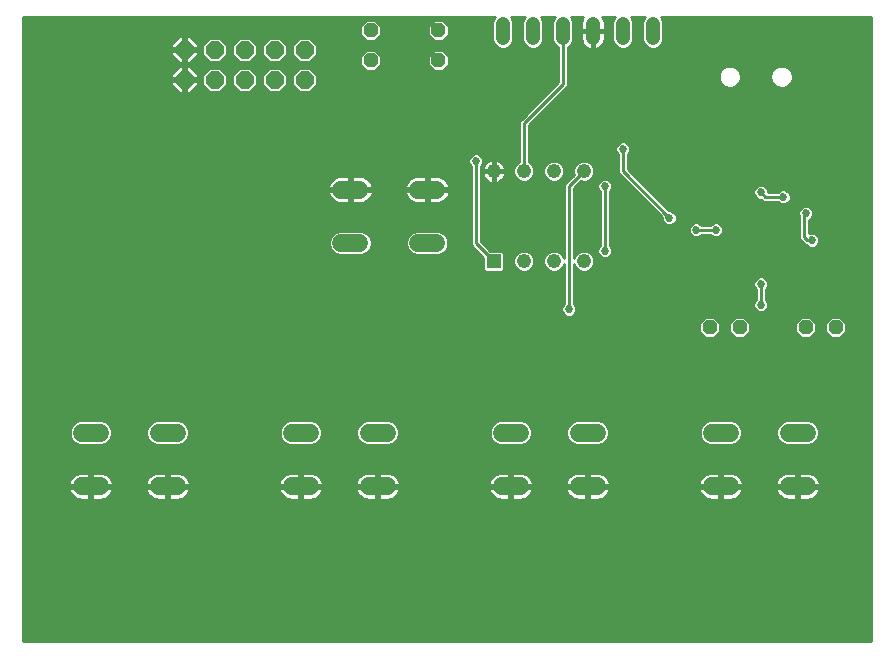
<source format=gbl>
G75*
%MOIN*%
%OFA0B0*%
%FSLAX24Y24*%
%IPPOS*%
%LPD*%
%AMOC8*
5,1,8,0,0,1.08239X$1,22.5*
%
%ADD10C,0.0480*%
%ADD11C,0.0600*%
%ADD12OC8,0.0480*%
%ADD13OC8,0.0600*%
%ADD14R,0.0480X0.0480*%
%ADD15C,0.0480*%
%ADD16C,0.0270*%
%ADD17C,0.0100*%
D10*
X016351Y020442D02*
X016351Y020922D01*
X017351Y020922D02*
X017351Y020442D01*
X018351Y020442D02*
X018351Y020922D01*
X019351Y020922D02*
X019351Y020442D01*
X020351Y020442D02*
X020351Y020922D01*
X021351Y020922D02*
X021351Y020442D01*
D11*
X014130Y015390D02*
X013530Y015390D01*
X011570Y015390D02*
X010970Y015390D01*
X010970Y013610D02*
X011570Y013610D01*
X013530Y013610D02*
X014130Y013610D01*
X012480Y007290D02*
X011880Y007290D01*
X009920Y007290D02*
X009320Y007290D01*
X009320Y005510D02*
X009920Y005510D01*
X011880Y005510D02*
X012480Y005510D01*
X016320Y005510D02*
X016920Y005510D01*
X018880Y005510D02*
X019480Y005510D01*
X019480Y007290D02*
X018880Y007290D01*
X016920Y007290D02*
X016320Y007290D01*
X023320Y007290D02*
X023920Y007290D01*
X025880Y007290D02*
X026480Y007290D01*
X026480Y005510D02*
X025880Y005510D01*
X023920Y005510D02*
X023320Y005510D01*
X005480Y005510D02*
X004880Y005510D01*
X002920Y005510D02*
X002320Y005510D01*
X002320Y007290D02*
X002920Y007290D01*
X004880Y007290D02*
X005480Y007290D01*
D12*
X023250Y010800D03*
X024250Y010800D03*
X026450Y010800D03*
X027450Y010800D03*
X014200Y019700D03*
X014200Y020700D03*
X011950Y020700D03*
X011950Y019700D03*
D13*
X009750Y020050D03*
X008750Y020050D03*
X007750Y020050D03*
X006750Y020050D03*
X005750Y020050D03*
X005750Y019050D03*
X006750Y019050D03*
X007750Y019050D03*
X008750Y019050D03*
X009750Y019050D03*
D14*
X016050Y013000D03*
D15*
X017050Y013000D03*
X018050Y013000D03*
X019050Y013000D03*
X019050Y016000D03*
X018050Y016000D03*
X017050Y016000D03*
X016050Y016000D03*
D16*
X015450Y016350D03*
X019750Y015500D03*
X020350Y016750D03*
X022350Y017450D03*
X024150Y016950D03*
X024950Y016150D03*
X024950Y015300D03*
X025700Y015150D03*
X026450Y014600D03*
X026650Y014300D03*
X026650Y013700D03*
X028300Y014750D03*
X027300Y016900D03*
X027450Y017450D03*
X021900Y014450D03*
X022800Y014050D03*
X023450Y014050D03*
X023450Y013700D03*
X024950Y012250D03*
X024950Y011550D03*
X027100Y012200D03*
X019750Y013350D03*
X018550Y011400D03*
X016050Y010650D03*
X022350Y021050D03*
X027450Y021050D03*
D17*
X000350Y021150D02*
X000350Y000350D01*
X028620Y000350D01*
X028620Y021150D01*
X021618Y021150D01*
X021648Y021121D01*
X021701Y020992D01*
X021701Y020373D01*
X021648Y020244D01*
X028620Y020244D01*
X028620Y020146D02*
X021549Y020146D01*
X021648Y020244D01*
X021688Y020343D02*
X028620Y020343D01*
X028620Y020441D02*
X021701Y020441D01*
X021701Y020540D02*
X028620Y020540D01*
X028620Y020638D02*
X021701Y020638D01*
X021701Y020737D02*
X028620Y020737D01*
X028620Y020835D02*
X021701Y020835D01*
X021701Y020934D02*
X028620Y020934D01*
X028620Y021032D02*
X021684Y021032D01*
X021637Y021131D02*
X028620Y021131D01*
X028620Y020047D02*
X018511Y020047D01*
X018511Y020130D02*
X018549Y020146D01*
X018648Y020244D01*
X019014Y020244D01*
X019005Y020258D02*
X019048Y020194D01*
X019102Y020139D01*
X019166Y020097D01*
X019237Y020067D01*
X019312Y020052D01*
X019321Y020052D01*
X019321Y020652D01*
X019381Y020652D01*
X019381Y020712D01*
X019741Y020712D01*
X019741Y020961D01*
X019726Y021036D01*
X019696Y021107D01*
X019668Y021150D01*
X020084Y021150D01*
X020054Y021121D01*
X020001Y020992D01*
X020001Y020373D01*
X020054Y020244D01*
X020153Y020146D01*
X019606Y020146D01*
X019599Y020139D02*
X019654Y020194D01*
X019696Y020258D01*
X019726Y020329D01*
X019741Y020404D01*
X019741Y020652D01*
X019381Y020652D01*
X019381Y020052D01*
X019389Y020052D01*
X019465Y020067D01*
X019536Y020097D01*
X019599Y020139D01*
X019687Y020244D02*
X020054Y020244D01*
X020013Y020343D02*
X019729Y020343D01*
X019741Y020441D02*
X020001Y020441D01*
X020001Y020540D02*
X019741Y020540D01*
X019741Y020638D02*
X020001Y020638D01*
X020001Y020737D02*
X019741Y020737D01*
X019741Y020835D02*
X020001Y020835D01*
X020001Y020934D02*
X019741Y020934D01*
X019727Y021032D02*
X020017Y021032D01*
X020064Y021131D02*
X019681Y021131D01*
X019034Y021150D02*
X019005Y021107D01*
X018976Y021036D01*
X018961Y020961D01*
X018961Y020712D01*
X019321Y020712D01*
X019321Y020652D01*
X018961Y020652D01*
X018961Y020404D01*
X018976Y020329D01*
X019005Y020258D01*
X018973Y020343D02*
X018688Y020343D01*
X018701Y020373D02*
X018648Y020244D01*
X018701Y020373D02*
X018701Y020992D01*
X018648Y021121D01*
X018618Y021150D01*
X019034Y021150D01*
X019021Y021131D02*
X018637Y021131D01*
X018684Y021032D02*
X018975Y021032D01*
X018961Y020934D02*
X018701Y020934D01*
X018701Y020835D02*
X018961Y020835D01*
X018961Y020737D02*
X018701Y020737D01*
X018701Y020638D02*
X018961Y020638D01*
X018961Y020540D02*
X018701Y020540D01*
X018701Y020441D02*
X018961Y020441D01*
X019096Y020146D02*
X018549Y020146D01*
X018511Y020130D02*
X018511Y018835D01*
X017210Y017534D01*
X017210Y016313D01*
X017248Y016297D01*
X017347Y016198D01*
X017400Y016070D01*
X017400Y015930D01*
X017347Y015802D01*
X017248Y015703D01*
X017120Y015650D01*
X016980Y015650D01*
X016852Y015703D01*
X016753Y015802D01*
X016700Y015930D01*
X016700Y016070D01*
X016753Y016198D01*
X016852Y016297D01*
X016890Y016313D01*
X016890Y017666D01*
X016984Y017760D01*
X018191Y018967D01*
X018191Y020130D01*
X018153Y020146D01*
X017549Y020146D01*
X017648Y020244D01*
X018054Y020244D01*
X018153Y020146D01*
X018191Y020047D02*
X014348Y020047D01*
X014345Y020050D02*
X014055Y020050D01*
X013850Y019845D01*
X013850Y019555D01*
X014055Y019350D01*
X014345Y019350D01*
X014550Y019555D01*
X014550Y019845D01*
X014345Y020050D01*
X014446Y019949D02*
X018191Y019949D01*
X018191Y019850D02*
X014545Y019850D01*
X014550Y019752D02*
X018191Y019752D01*
X018191Y019653D02*
X014550Y019653D01*
X014550Y019555D02*
X018191Y019555D01*
X018191Y019456D02*
X014451Y019456D01*
X014353Y019358D02*
X018191Y019358D01*
X018191Y019259D02*
X010121Y019259D01*
X010160Y019220D02*
X009920Y019460D01*
X009580Y019460D01*
X009340Y019220D01*
X009340Y018880D01*
X009580Y018640D01*
X009920Y018640D01*
X010160Y018880D01*
X010160Y019220D01*
X010160Y019161D02*
X018191Y019161D01*
X018191Y019062D02*
X010160Y019062D01*
X010160Y018964D02*
X018187Y018964D01*
X018089Y018865D02*
X010145Y018865D01*
X010046Y018767D02*
X017990Y018767D01*
X017892Y018668D02*
X009948Y018668D01*
X009552Y018668D02*
X008948Y018668D01*
X008920Y018640D02*
X009160Y018880D01*
X009160Y019220D01*
X008920Y019460D01*
X008580Y019460D01*
X008340Y019220D01*
X008340Y018880D01*
X008580Y018640D01*
X008920Y018640D01*
X009046Y018767D02*
X009454Y018767D01*
X009355Y018865D02*
X009145Y018865D01*
X009160Y018964D02*
X009340Y018964D01*
X009340Y019062D02*
X009160Y019062D01*
X009160Y019161D02*
X009340Y019161D01*
X009379Y019259D02*
X009121Y019259D01*
X009022Y019358D02*
X009478Y019358D01*
X009576Y019456D02*
X008924Y019456D01*
X008920Y019640D02*
X008580Y019640D01*
X008340Y019880D01*
X008340Y020220D01*
X008580Y020460D01*
X008920Y020460D01*
X009160Y020220D01*
X009160Y019880D01*
X008920Y019640D01*
X008933Y019653D02*
X009567Y019653D01*
X009580Y019640D02*
X009920Y019640D01*
X010160Y019880D01*
X010160Y020220D01*
X009920Y020460D01*
X009580Y020460D01*
X009340Y020220D01*
X009340Y019880D01*
X009580Y019640D01*
X009469Y019752D02*
X009031Y019752D01*
X009130Y019850D02*
X009370Y019850D01*
X009340Y019949D02*
X009160Y019949D01*
X009160Y020047D02*
X009340Y020047D01*
X009340Y020146D02*
X009160Y020146D01*
X009136Y020244D02*
X009364Y020244D01*
X009463Y020343D02*
X009037Y020343D01*
X008939Y020441D02*
X009561Y020441D01*
X009939Y020441D02*
X011714Y020441D01*
X011805Y020350D02*
X011600Y020555D01*
X011600Y020845D01*
X011805Y021050D01*
X012095Y021050D01*
X012300Y020845D01*
X012300Y020555D01*
X012095Y020350D01*
X011805Y020350D01*
X011615Y020540D02*
X000350Y020540D01*
X000350Y020638D02*
X011600Y020638D01*
X011600Y020737D02*
X000350Y020737D01*
X000350Y020835D02*
X011600Y020835D01*
X011689Y020934D02*
X000350Y020934D01*
X000350Y021032D02*
X011787Y021032D01*
X012113Y021032D02*
X014037Y021032D01*
X014055Y021050D02*
X013850Y020845D01*
X013850Y020555D01*
X014055Y020350D01*
X014345Y020350D01*
X014550Y020555D01*
X014550Y020845D01*
X014345Y021050D01*
X014055Y021050D01*
X013939Y020934D02*
X012211Y020934D01*
X012300Y020835D02*
X013850Y020835D01*
X013850Y020737D02*
X012300Y020737D01*
X012300Y020638D02*
X013850Y020638D01*
X013865Y020540D02*
X012285Y020540D01*
X012186Y020441D02*
X013964Y020441D01*
X014436Y020441D02*
X016001Y020441D01*
X016001Y020373D02*
X016054Y020244D01*
X016153Y020146D01*
X010160Y020146D01*
X010160Y020047D02*
X011802Y020047D01*
X011805Y020050D02*
X011600Y019845D01*
X011600Y019555D01*
X011805Y019350D01*
X012095Y019350D01*
X012300Y019555D01*
X012300Y019845D01*
X012095Y020050D01*
X011805Y020050D01*
X011704Y019949D02*
X010160Y019949D01*
X010130Y019850D02*
X011605Y019850D01*
X011600Y019752D02*
X010031Y019752D01*
X009933Y019653D02*
X011600Y019653D01*
X011600Y019555D02*
X000350Y019555D01*
X000350Y019653D02*
X005511Y019653D01*
X005564Y019600D02*
X005700Y019600D01*
X005700Y020000D01*
X005800Y020000D01*
X005800Y020100D01*
X006200Y020100D01*
X006200Y020236D01*
X005936Y020500D01*
X005800Y020500D01*
X005800Y020100D01*
X005700Y020100D01*
X005700Y020500D01*
X005564Y020500D01*
X005300Y020236D01*
X005300Y020100D01*
X005700Y020100D01*
X005700Y020000D01*
X005300Y020000D01*
X005300Y019864D01*
X005564Y019600D01*
X005564Y019500D02*
X005300Y019236D01*
X005300Y019100D01*
X005700Y019100D01*
X005700Y019500D01*
X005564Y019500D01*
X005520Y019456D02*
X000350Y019456D01*
X000350Y019358D02*
X005421Y019358D01*
X005323Y019259D02*
X000350Y019259D01*
X000350Y019161D02*
X005300Y019161D01*
X005300Y019000D02*
X005300Y018864D01*
X005564Y018600D01*
X005700Y018600D01*
X005700Y019000D01*
X005800Y019000D01*
X005800Y019100D01*
X006200Y019100D01*
X006200Y019236D01*
X005936Y019500D01*
X005800Y019500D01*
X005800Y019100D01*
X005700Y019100D01*
X005700Y019000D01*
X005300Y019000D01*
X005300Y018964D02*
X000350Y018964D01*
X000350Y019062D02*
X005700Y019062D01*
X005700Y018964D02*
X005800Y018964D01*
X005800Y019000D02*
X005800Y018600D01*
X005936Y018600D01*
X006200Y018864D01*
X006200Y019000D01*
X005800Y019000D01*
X005800Y019062D02*
X006340Y019062D01*
X006340Y018964D02*
X006200Y018964D01*
X006200Y018865D02*
X006355Y018865D01*
X006340Y018880D02*
X006580Y018640D01*
X006920Y018640D01*
X007160Y018880D01*
X007160Y019220D01*
X006920Y019460D01*
X006580Y019460D01*
X006340Y019220D01*
X006340Y018880D01*
X006454Y018767D02*
X006103Y018767D01*
X006004Y018668D02*
X006552Y018668D01*
X006948Y018668D02*
X007552Y018668D01*
X007580Y018640D02*
X007920Y018640D01*
X008160Y018880D01*
X008160Y019220D01*
X007920Y019460D01*
X007580Y019460D01*
X007340Y019220D01*
X007340Y018880D01*
X007580Y018640D01*
X007454Y018767D02*
X007046Y018767D01*
X007145Y018865D02*
X007355Y018865D01*
X007340Y018964D02*
X007160Y018964D01*
X007160Y019062D02*
X007340Y019062D01*
X007340Y019161D02*
X007160Y019161D01*
X007121Y019259D02*
X007379Y019259D01*
X007478Y019358D02*
X007022Y019358D01*
X006924Y019456D02*
X007576Y019456D01*
X007580Y019640D02*
X007920Y019640D01*
X008160Y019880D01*
X008160Y020220D01*
X007920Y020460D01*
X007580Y020460D01*
X007340Y020220D01*
X007340Y019880D01*
X007580Y019640D01*
X007567Y019653D02*
X006933Y019653D01*
X006920Y019640D02*
X007160Y019880D01*
X007160Y020220D01*
X006920Y020460D01*
X006580Y020460D01*
X006340Y020220D01*
X006340Y019880D01*
X006580Y019640D01*
X006920Y019640D01*
X007031Y019752D02*
X007469Y019752D01*
X007370Y019850D02*
X007130Y019850D01*
X007160Y019949D02*
X007340Y019949D01*
X007340Y020047D02*
X007160Y020047D01*
X007160Y020146D02*
X007340Y020146D01*
X007364Y020244D02*
X007136Y020244D01*
X007037Y020343D02*
X007463Y020343D01*
X007561Y020441D02*
X006939Y020441D01*
X006561Y020441D02*
X005995Y020441D01*
X006094Y020343D02*
X006463Y020343D01*
X006364Y020244D02*
X006192Y020244D01*
X006200Y020146D02*
X006340Y020146D01*
X006340Y020047D02*
X005800Y020047D01*
X005800Y020000D02*
X006200Y020000D01*
X006200Y019864D01*
X005936Y019600D01*
X005800Y019600D01*
X005800Y020000D01*
X005800Y019949D02*
X005700Y019949D01*
X005700Y020047D02*
X000350Y020047D01*
X000350Y019949D02*
X005300Y019949D01*
X005314Y019850D02*
X000350Y019850D01*
X000350Y019752D02*
X005412Y019752D01*
X005700Y019752D02*
X005800Y019752D01*
X005800Y019850D02*
X005700Y019850D01*
X005700Y019653D02*
X005800Y019653D01*
X005989Y019653D02*
X006567Y019653D01*
X006469Y019752D02*
X006088Y019752D01*
X006186Y019850D02*
X006370Y019850D01*
X006340Y019949D02*
X006200Y019949D01*
X005800Y020146D02*
X005700Y020146D01*
X005700Y020244D02*
X005800Y020244D01*
X005800Y020343D02*
X005700Y020343D01*
X005700Y020441D02*
X005800Y020441D01*
X005505Y020441D02*
X000350Y020441D01*
X000350Y020343D02*
X005406Y020343D01*
X005308Y020244D02*
X000350Y020244D01*
X000350Y020146D02*
X005300Y020146D01*
X005700Y019456D02*
X005800Y019456D01*
X005800Y019358D02*
X005700Y019358D01*
X005700Y019259D02*
X005800Y019259D01*
X005800Y019161D02*
X005700Y019161D01*
X005700Y018865D02*
X005800Y018865D01*
X005800Y018767D02*
X005700Y018767D01*
X005700Y018668D02*
X005800Y018668D01*
X005496Y018668D02*
X000350Y018668D01*
X000350Y018570D02*
X017793Y018570D01*
X017695Y018471D02*
X000350Y018471D01*
X000350Y018373D02*
X017596Y018373D01*
X017498Y018274D02*
X000350Y018274D01*
X000350Y018176D02*
X017399Y018176D01*
X017301Y018077D02*
X000350Y018077D01*
X000350Y017979D02*
X017202Y017979D01*
X017104Y017880D02*
X000350Y017880D01*
X000350Y017782D02*
X017005Y017782D01*
X016907Y017683D02*
X000350Y017683D01*
X000350Y017585D02*
X016890Y017585D01*
X016890Y017486D02*
X000350Y017486D01*
X000350Y017388D02*
X016890Y017388D01*
X016890Y017289D02*
X000350Y017289D01*
X000350Y017191D02*
X016890Y017191D01*
X016890Y017092D02*
X000350Y017092D01*
X000350Y016994D02*
X016890Y016994D01*
X016890Y016895D02*
X000350Y016895D01*
X000350Y016797D02*
X016890Y016797D01*
X016890Y016698D02*
X000350Y016698D01*
X000350Y016600D02*
X016890Y016600D01*
X016890Y016501D02*
X015645Y016501D01*
X015658Y016489D02*
X015589Y016558D01*
X015499Y016595D01*
X015401Y016595D01*
X015311Y016558D01*
X015242Y016489D01*
X015205Y016399D01*
X015205Y016301D01*
X015242Y016211D01*
X015290Y016164D01*
X015290Y013534D01*
X015700Y013124D01*
X015700Y012714D01*
X015764Y012650D01*
X016336Y012650D01*
X016400Y012714D01*
X016400Y013286D01*
X016336Y013350D01*
X015926Y013350D01*
X015610Y013666D01*
X015610Y016164D01*
X015658Y016211D01*
X015695Y016301D01*
X015695Y016399D01*
X015658Y016489D01*
X015693Y016403D02*
X016890Y016403D01*
X016869Y016304D02*
X016297Y016304D01*
X016299Y016303D02*
X016235Y016346D01*
X016164Y016375D01*
X016088Y016390D01*
X016080Y016390D01*
X016080Y016030D01*
X016020Y016030D01*
X016020Y016390D01*
X016012Y016390D01*
X015936Y016375D01*
X015865Y016346D01*
X015801Y016303D01*
X015747Y016249D01*
X015704Y016185D01*
X015675Y016114D01*
X015660Y016038D01*
X015660Y016030D01*
X016020Y016030D01*
X016020Y015970D01*
X015660Y015970D01*
X015660Y015962D01*
X015675Y015886D01*
X015704Y015815D01*
X015747Y015751D01*
X015801Y015697D01*
X015865Y015654D01*
X015936Y015625D01*
X016012Y015610D01*
X016020Y015610D01*
X016020Y015970D01*
X016080Y015970D01*
X016080Y016030D01*
X016440Y016030D01*
X016440Y016038D01*
X016425Y016114D01*
X016396Y016185D01*
X016353Y016249D01*
X016299Y016303D01*
X016382Y016206D02*
X016761Y016206D01*
X016716Y016107D02*
X016426Y016107D01*
X016440Y015970D02*
X016080Y015970D01*
X016080Y015610D01*
X016088Y015610D01*
X016164Y015625D01*
X016235Y015654D01*
X016299Y015697D01*
X016353Y015751D01*
X016396Y015815D01*
X016425Y015886D01*
X016440Y015962D01*
X016440Y015970D01*
X016430Y015910D02*
X016708Y015910D01*
X016700Y016009D02*
X016080Y016009D01*
X016020Y016009D02*
X015610Y016009D01*
X015610Y016107D02*
X015674Y016107D01*
X015652Y016206D02*
X015718Y016206D01*
X015695Y016304D02*
X015803Y016304D01*
X016020Y016304D02*
X016080Y016304D01*
X016080Y016206D02*
X016020Y016206D01*
X016020Y016107D02*
X016080Y016107D01*
X016080Y015910D02*
X016020Y015910D01*
X016020Y015812D02*
X016080Y015812D01*
X016080Y015713D02*
X016020Y015713D01*
X016020Y015615D02*
X016080Y015615D01*
X016111Y015615D02*
X018438Y015615D01*
X018390Y015566D02*
X018390Y013094D01*
X018347Y013198D01*
X018248Y013297D01*
X018120Y013350D01*
X017980Y013350D01*
X017852Y013297D01*
X017753Y013198D01*
X017700Y013070D01*
X017700Y012930D01*
X017753Y012802D01*
X017852Y012703D01*
X017980Y012650D01*
X018120Y012650D01*
X018248Y012703D01*
X018347Y012802D01*
X018390Y012906D01*
X018390Y011586D01*
X018342Y011539D01*
X018305Y011449D01*
X018305Y011351D01*
X018342Y011261D01*
X018411Y011192D01*
X018501Y011155D01*
X018599Y011155D01*
X018689Y011192D01*
X018758Y011261D01*
X018795Y011351D01*
X018795Y011449D01*
X018758Y011539D01*
X018710Y011586D01*
X018710Y012906D01*
X018753Y012802D01*
X018852Y012703D01*
X018980Y012650D01*
X019120Y012650D01*
X019248Y012703D01*
X019347Y012802D01*
X019400Y012930D01*
X019400Y013070D01*
X019347Y013198D01*
X019248Y013297D01*
X019120Y013350D01*
X018980Y013350D01*
X018852Y013297D01*
X018753Y013198D01*
X018710Y013094D01*
X018710Y015434D01*
X018942Y015666D01*
X018980Y015650D01*
X019120Y015650D01*
X019248Y015703D01*
X019347Y015802D01*
X019400Y015930D01*
X019400Y016070D01*
X019347Y016198D01*
X019248Y016297D01*
X019120Y016350D01*
X018980Y016350D01*
X018852Y016297D01*
X018753Y016198D01*
X018700Y016070D01*
X018700Y015930D01*
X018716Y015892D01*
X018390Y015566D01*
X018390Y015516D02*
X015610Y015516D01*
X015610Y015418D02*
X018390Y015418D01*
X018390Y015319D02*
X015610Y015319D01*
X015610Y015221D02*
X018390Y015221D01*
X018390Y015122D02*
X015610Y015122D01*
X015610Y015024D02*
X018390Y015024D01*
X018390Y014925D02*
X015610Y014925D01*
X015610Y014827D02*
X018390Y014827D01*
X018390Y014728D02*
X015610Y014728D01*
X015610Y014630D02*
X018390Y014630D01*
X018390Y014531D02*
X015610Y014531D01*
X015610Y014433D02*
X018390Y014433D01*
X018390Y014334D02*
X015610Y014334D01*
X015610Y014236D02*
X018390Y014236D01*
X018390Y014137D02*
X015610Y014137D01*
X015610Y014039D02*
X018390Y014039D01*
X018390Y013940D02*
X015610Y013940D01*
X015610Y013842D02*
X018390Y013842D01*
X018390Y013743D02*
X015610Y013743D01*
X015632Y013645D02*
X018390Y013645D01*
X018390Y013546D02*
X015730Y013546D01*
X015829Y013448D02*
X018390Y013448D01*
X018390Y013349D02*
X018122Y013349D01*
X017978Y013349D02*
X017122Y013349D01*
X017120Y013350D02*
X016980Y013350D01*
X016852Y013297D01*
X016753Y013198D01*
X016700Y013070D01*
X016700Y012930D01*
X016753Y012802D01*
X016852Y012703D01*
X016980Y012650D01*
X017120Y012650D01*
X017248Y012703D01*
X017347Y012802D01*
X017400Y012930D01*
X017400Y013070D01*
X017347Y013198D01*
X017248Y013297D01*
X017120Y013350D01*
X016978Y013349D02*
X016337Y013349D01*
X016400Y013251D02*
X016806Y013251D01*
X016734Y013152D02*
X016400Y013152D01*
X016400Y013054D02*
X016700Y013054D01*
X016700Y012955D02*
X016400Y012955D01*
X016400Y012857D02*
X016731Y012857D01*
X016797Y012758D02*
X016400Y012758D01*
X016345Y012660D02*
X016957Y012660D01*
X017143Y012660D02*
X017957Y012660D01*
X018143Y012660D02*
X018390Y012660D01*
X018390Y012758D02*
X018303Y012758D01*
X018369Y012857D02*
X018390Y012857D01*
X018366Y013152D02*
X018390Y013152D01*
X018390Y013251D02*
X018294Y013251D01*
X018710Y013251D02*
X018806Y013251D01*
X018734Y013152D02*
X018710Y013152D01*
X018710Y013349D02*
X018978Y013349D01*
X019122Y013349D02*
X019505Y013349D01*
X019505Y013301D02*
X019542Y013211D01*
X019611Y013142D01*
X019701Y013105D01*
X019799Y013105D01*
X019889Y013142D01*
X019958Y013211D01*
X019995Y013301D01*
X019995Y013399D01*
X019958Y013489D01*
X019910Y013536D01*
X019910Y015314D01*
X019958Y015361D01*
X019995Y015451D01*
X019995Y015549D01*
X019958Y015639D01*
X019889Y015708D01*
X019799Y015745D01*
X019701Y015745D01*
X019611Y015708D01*
X019542Y015639D01*
X019505Y015549D01*
X019505Y015451D01*
X019542Y015361D01*
X019590Y015314D01*
X019590Y013536D01*
X019542Y013489D01*
X019505Y013399D01*
X019505Y013301D01*
X019526Y013251D02*
X019294Y013251D01*
X019366Y013152D02*
X019601Y013152D01*
X019400Y013054D02*
X028620Y013054D01*
X028620Y013152D02*
X019899Y013152D01*
X019974Y013251D02*
X028620Y013251D01*
X028620Y013349D02*
X019995Y013349D01*
X019975Y013448D02*
X028620Y013448D01*
X028620Y013546D02*
X026843Y013546D01*
X026858Y013561D02*
X026895Y013651D01*
X026895Y013749D01*
X026858Y013839D01*
X026789Y013908D01*
X026699Y013945D01*
X026601Y013945D01*
X026560Y013928D01*
X026560Y014380D01*
X026589Y014392D01*
X026658Y014461D01*
X026695Y014551D01*
X026695Y014649D01*
X026658Y014739D01*
X026589Y014808D01*
X026499Y014845D01*
X026401Y014845D01*
X026311Y014808D01*
X026242Y014739D01*
X026205Y014649D01*
X026205Y014551D01*
X026240Y014467D01*
X026240Y013734D01*
X026334Y013640D01*
X026434Y013540D01*
X026464Y013540D01*
X026511Y013492D01*
X026601Y013455D01*
X026699Y013455D01*
X026789Y013492D01*
X026858Y013561D01*
X026892Y013645D02*
X028620Y013645D01*
X028620Y013743D02*
X026895Y013743D01*
X026855Y013842D02*
X028620Y013842D01*
X028620Y013940D02*
X026711Y013940D01*
X026589Y013940D02*
X026560Y013940D01*
X026560Y014039D02*
X028620Y014039D01*
X028620Y014137D02*
X026560Y014137D01*
X026560Y014236D02*
X028620Y014236D01*
X028620Y014334D02*
X026560Y014334D01*
X026629Y014433D02*
X028620Y014433D01*
X028620Y014531D02*
X026687Y014531D01*
X026695Y014630D02*
X028620Y014630D01*
X028620Y014728D02*
X026662Y014728D01*
X026543Y014827D02*
X028620Y014827D01*
X028620Y014925D02*
X025797Y014925D01*
X025839Y014942D02*
X025908Y015011D01*
X025945Y015101D01*
X025945Y015199D01*
X025908Y015289D01*
X025839Y015358D01*
X025749Y015395D01*
X025651Y015395D01*
X025561Y015358D01*
X025514Y015310D01*
X025195Y015310D01*
X025195Y015349D01*
X025158Y015439D01*
X025089Y015508D01*
X024999Y015545D01*
X024901Y015545D01*
X024811Y015508D01*
X024742Y015439D01*
X024705Y015349D01*
X024705Y015251D01*
X024742Y015161D01*
X024811Y015092D01*
X024901Y015055D01*
X024969Y015055D01*
X025034Y014990D01*
X025514Y014990D01*
X025561Y014942D01*
X025651Y014905D01*
X025749Y014905D01*
X025839Y014942D01*
X025913Y015024D02*
X028620Y015024D01*
X028620Y015122D02*
X025945Y015122D01*
X025936Y015221D02*
X028620Y015221D01*
X028620Y015319D02*
X025877Y015319D01*
X025700Y015150D02*
X025100Y015150D01*
X024950Y015300D01*
X024781Y015122D02*
X021454Y015122D01*
X021356Y015221D02*
X024718Y015221D01*
X024705Y015319D02*
X021257Y015319D01*
X021159Y015418D02*
X024734Y015418D01*
X024831Y015516D02*
X021060Y015516D01*
X020962Y015615D02*
X028620Y015615D01*
X028620Y015713D02*
X020863Y015713D01*
X020765Y015812D02*
X028620Y015812D01*
X028620Y015910D02*
X020666Y015910D01*
X020568Y016009D02*
X028620Y016009D01*
X028620Y016107D02*
X020510Y016107D01*
X020510Y016066D02*
X020510Y016564D01*
X020558Y016611D01*
X020595Y016701D01*
X020595Y016799D01*
X020558Y016889D01*
X020489Y016958D01*
X020399Y016995D01*
X020301Y016995D01*
X020211Y016958D01*
X020142Y016889D01*
X020105Y016799D01*
X020105Y016701D01*
X020142Y016611D01*
X020190Y016564D01*
X020190Y015934D01*
X021655Y014469D01*
X021655Y014401D01*
X021692Y014311D01*
X021761Y014242D01*
X021851Y014205D01*
X021949Y014205D01*
X022039Y014242D01*
X022108Y014311D01*
X022145Y014401D01*
X022145Y014499D01*
X022108Y014589D01*
X022039Y014658D01*
X021949Y014695D01*
X021881Y014695D01*
X020510Y016066D01*
X020510Y016206D02*
X028620Y016206D01*
X028620Y016304D02*
X020510Y016304D01*
X020510Y016403D02*
X028620Y016403D01*
X028620Y016501D02*
X020510Y016501D01*
X020546Y016600D02*
X028620Y016600D01*
X028620Y016698D02*
X020594Y016698D01*
X020595Y016797D02*
X028620Y016797D01*
X028620Y016895D02*
X020551Y016895D01*
X020402Y016994D02*
X028620Y016994D01*
X028620Y017092D02*
X017210Y017092D01*
X017210Y016994D02*
X020298Y016994D01*
X020149Y016895D02*
X017210Y016895D01*
X017210Y016797D02*
X020105Y016797D01*
X020106Y016698D02*
X017210Y016698D01*
X017210Y016600D02*
X020154Y016600D01*
X020190Y016501D02*
X017210Y016501D01*
X017210Y016403D02*
X020190Y016403D01*
X020190Y016304D02*
X019231Y016304D01*
X019339Y016206D02*
X020190Y016206D01*
X020190Y016107D02*
X019384Y016107D01*
X019400Y016009D02*
X020190Y016009D01*
X020214Y015910D02*
X019392Y015910D01*
X019351Y015812D02*
X020312Y015812D01*
X020411Y015713D02*
X019876Y015713D01*
X019968Y015615D02*
X020509Y015615D01*
X020608Y015516D02*
X019995Y015516D01*
X019981Y015418D02*
X020706Y015418D01*
X020805Y015319D02*
X019916Y015319D01*
X019910Y015221D02*
X020903Y015221D01*
X021002Y015122D02*
X019910Y015122D01*
X019910Y015024D02*
X021100Y015024D01*
X021199Y014925D02*
X019910Y014925D01*
X019910Y014827D02*
X021297Y014827D01*
X021396Y014728D02*
X019910Y014728D01*
X019910Y014630D02*
X021494Y014630D01*
X021593Y014531D02*
X019910Y014531D01*
X019910Y014433D02*
X021655Y014433D01*
X021683Y014334D02*
X019910Y014334D01*
X019910Y014236D02*
X021778Y014236D01*
X022022Y014236D02*
X022639Y014236D01*
X022661Y014258D02*
X022592Y014189D01*
X022555Y014099D01*
X022555Y014001D01*
X022592Y013911D01*
X022661Y013842D01*
X022751Y013805D01*
X022849Y013805D01*
X022939Y013842D01*
X022986Y013890D01*
X023264Y013890D01*
X023311Y013842D01*
X023401Y013805D01*
X023499Y013805D01*
X023589Y013842D01*
X023658Y013911D01*
X023695Y014001D01*
X023695Y014099D01*
X023658Y014189D01*
X023589Y014258D01*
X023499Y014295D01*
X023401Y014295D01*
X023311Y014258D01*
X023264Y014210D01*
X022986Y014210D01*
X022939Y014258D01*
X022849Y014295D01*
X022751Y014295D01*
X022661Y014258D01*
X022571Y014137D02*
X019910Y014137D01*
X019910Y014039D02*
X022555Y014039D01*
X022580Y013940D02*
X019910Y013940D01*
X019910Y013842D02*
X022663Y013842D01*
X022800Y014050D02*
X023450Y014050D01*
X023679Y014137D02*
X026240Y014137D01*
X026240Y014039D02*
X023695Y014039D01*
X023670Y013940D02*
X026240Y013940D01*
X026240Y013842D02*
X023587Y013842D01*
X023313Y013842D02*
X022937Y013842D01*
X022961Y014236D02*
X023289Y014236D01*
X023611Y014236D02*
X026240Y014236D01*
X026240Y014334D02*
X022117Y014334D01*
X022145Y014433D02*
X026240Y014433D01*
X026213Y014531D02*
X022132Y014531D01*
X022067Y014630D02*
X026205Y014630D01*
X026238Y014728D02*
X021848Y014728D01*
X021750Y014827D02*
X026357Y014827D01*
X026450Y014600D02*
X026400Y014550D01*
X026400Y013800D01*
X026500Y013700D01*
X026650Y013700D01*
X026428Y013546D02*
X019910Y013546D01*
X019910Y013645D02*
X026329Y013645D01*
X026240Y013743D02*
X019910Y013743D01*
X019590Y013743D02*
X018710Y013743D01*
X018710Y013645D02*
X019590Y013645D01*
X019590Y013546D02*
X018710Y013546D01*
X018710Y013448D02*
X019525Y013448D01*
X019750Y013350D02*
X019750Y015500D01*
X019584Y015319D02*
X018710Y015319D01*
X018710Y015221D02*
X019590Y015221D01*
X019590Y015122D02*
X018710Y015122D01*
X018710Y015024D02*
X019590Y015024D01*
X019590Y014925D02*
X018710Y014925D01*
X018710Y014827D02*
X019590Y014827D01*
X019590Y014728D02*
X018710Y014728D01*
X018710Y014630D02*
X019590Y014630D01*
X019590Y014531D02*
X018710Y014531D01*
X018710Y014433D02*
X019590Y014433D01*
X019590Y014334D02*
X018710Y014334D01*
X018710Y014236D02*
X019590Y014236D01*
X019590Y014137D02*
X018710Y014137D01*
X018710Y014039D02*
X019590Y014039D01*
X019590Y013940D02*
X018710Y013940D01*
X018710Y013842D02*
X019590Y013842D01*
X019400Y012955D02*
X028620Y012955D01*
X028620Y012857D02*
X019369Y012857D01*
X019303Y012758D02*
X028620Y012758D01*
X028620Y012660D02*
X019143Y012660D01*
X018957Y012660D02*
X018710Y012660D01*
X018710Y012758D02*
X018797Y012758D01*
X018731Y012857D02*
X018710Y012857D01*
X018710Y012561D02*
X028620Y012561D01*
X028620Y012463D02*
X025077Y012463D01*
X025089Y012458D02*
X024999Y012495D01*
X024901Y012495D01*
X024811Y012458D01*
X024742Y012389D01*
X024705Y012299D01*
X024705Y012201D01*
X024742Y012111D01*
X024790Y012064D01*
X024790Y011736D01*
X024742Y011689D01*
X024705Y011599D01*
X024705Y011501D01*
X024742Y011411D01*
X024811Y011342D01*
X024901Y011305D01*
X024999Y011305D01*
X025089Y011342D01*
X025158Y011411D01*
X025195Y011501D01*
X025195Y011599D01*
X025158Y011689D01*
X025110Y011736D01*
X025110Y012064D01*
X025158Y012111D01*
X025195Y012201D01*
X025195Y012299D01*
X025158Y012389D01*
X025089Y012458D01*
X025168Y012364D02*
X028620Y012364D01*
X028620Y012266D02*
X025195Y012266D01*
X025181Y012167D02*
X028620Y012167D01*
X028620Y012069D02*
X025115Y012069D01*
X025110Y011970D02*
X028620Y011970D01*
X028620Y011872D02*
X025110Y011872D01*
X025110Y011773D02*
X028620Y011773D01*
X028620Y011675D02*
X025164Y011675D01*
X025195Y011576D02*
X028620Y011576D01*
X028620Y011478D02*
X025185Y011478D01*
X025126Y011379D02*
X028620Y011379D01*
X028620Y011281D02*
X018766Y011281D01*
X018795Y011379D02*
X024774Y011379D01*
X024715Y011478D02*
X018783Y011478D01*
X018720Y011576D02*
X024705Y011576D01*
X024736Y011675D02*
X018710Y011675D01*
X018710Y011773D02*
X024790Y011773D01*
X024790Y011872D02*
X018710Y011872D01*
X018710Y011970D02*
X024790Y011970D01*
X024785Y012069D02*
X018710Y012069D01*
X018710Y012167D02*
X024719Y012167D01*
X024705Y012266D02*
X018710Y012266D01*
X018710Y012364D02*
X024732Y012364D01*
X024823Y012463D02*
X018710Y012463D01*
X018390Y012463D02*
X000350Y012463D01*
X000350Y012561D02*
X018390Y012561D01*
X018390Y012364D02*
X000350Y012364D01*
X000350Y012266D02*
X018390Y012266D01*
X018390Y012167D02*
X000350Y012167D01*
X000350Y012069D02*
X018390Y012069D01*
X018390Y011970D02*
X000350Y011970D01*
X000350Y011872D02*
X018390Y011872D01*
X018390Y011773D02*
X000350Y011773D01*
X000350Y011675D02*
X018390Y011675D01*
X018380Y011576D02*
X000350Y011576D01*
X000350Y011478D02*
X018317Y011478D01*
X018305Y011379D02*
X000350Y011379D01*
X000350Y011281D02*
X018334Y011281D01*
X018436Y011182D02*
X000350Y011182D01*
X000350Y011084D02*
X023039Y011084D01*
X023105Y011150D02*
X022900Y010945D01*
X022900Y010655D01*
X023105Y010450D01*
X023395Y010450D01*
X023600Y010655D01*
X023600Y010945D01*
X023395Y011150D01*
X023105Y011150D01*
X022940Y010985D02*
X000350Y010985D01*
X000350Y010887D02*
X022900Y010887D01*
X022900Y010788D02*
X000350Y010788D01*
X000350Y010690D02*
X022900Y010690D01*
X022964Y010591D02*
X000350Y010591D01*
X000350Y010493D02*
X023062Y010493D01*
X023438Y010493D02*
X024062Y010493D01*
X024105Y010450D02*
X024395Y010450D01*
X024600Y010655D01*
X024600Y010945D01*
X024395Y011150D01*
X024105Y011150D01*
X023900Y010945D01*
X023900Y010655D01*
X024105Y010450D01*
X023964Y010591D02*
X023536Y010591D01*
X023600Y010690D02*
X023900Y010690D01*
X023900Y010788D02*
X023600Y010788D01*
X023600Y010887D02*
X023900Y010887D01*
X023940Y010985D02*
X023560Y010985D01*
X023461Y011084D02*
X024039Y011084D01*
X024461Y011084D02*
X026239Y011084D01*
X026305Y011150D02*
X026100Y010945D01*
X026100Y010655D01*
X026305Y010450D01*
X026595Y010450D01*
X026800Y010655D01*
X026800Y010945D01*
X026595Y011150D01*
X026305Y011150D01*
X026140Y010985D02*
X024560Y010985D01*
X024600Y010887D02*
X026100Y010887D01*
X026100Y010788D02*
X024600Y010788D01*
X024600Y010690D02*
X026100Y010690D01*
X026164Y010591D02*
X024536Y010591D01*
X024438Y010493D02*
X026262Y010493D01*
X026638Y010493D02*
X027262Y010493D01*
X027305Y010450D02*
X027595Y010450D01*
X027800Y010655D01*
X027800Y010945D01*
X027595Y011150D01*
X027305Y011150D01*
X027100Y010945D01*
X027100Y010655D01*
X027305Y010450D01*
X027164Y010591D02*
X026736Y010591D01*
X026800Y010690D02*
X027100Y010690D01*
X027100Y010788D02*
X026800Y010788D01*
X026800Y010887D02*
X027100Y010887D01*
X027140Y010985D02*
X026760Y010985D01*
X026661Y011084D02*
X027239Y011084D01*
X027661Y011084D02*
X028620Y011084D01*
X028620Y011182D02*
X018664Y011182D01*
X018550Y011400D02*
X018550Y015500D01*
X019050Y016000D01*
X018700Y016009D02*
X018400Y016009D01*
X018400Y016070D02*
X018347Y016198D01*
X018248Y016297D01*
X018120Y016350D01*
X017980Y016350D01*
X017852Y016297D01*
X017753Y016198D01*
X017700Y016070D01*
X017700Y015930D01*
X017753Y015802D01*
X017852Y015703D01*
X017980Y015650D01*
X018120Y015650D01*
X018248Y015703D01*
X018347Y015802D01*
X018400Y015930D01*
X018400Y016070D01*
X018384Y016107D02*
X018716Y016107D01*
X018761Y016206D02*
X018339Y016206D01*
X018231Y016304D02*
X018869Y016304D01*
X018708Y015910D02*
X018392Y015910D01*
X018351Y015812D02*
X018635Y015812D01*
X018537Y015713D02*
X018258Y015713D01*
X017842Y015713D02*
X017258Y015713D01*
X017351Y015812D02*
X017749Y015812D01*
X017708Y015910D02*
X017392Y015910D01*
X017400Y016009D02*
X017700Y016009D01*
X017716Y016107D02*
X017384Y016107D01*
X017339Y016206D02*
X017761Y016206D01*
X017869Y016304D02*
X017231Y016304D01*
X017050Y016000D02*
X017050Y017600D01*
X018351Y018901D01*
X018351Y020682D01*
X018001Y020638D02*
X017701Y020638D01*
X017701Y020540D02*
X018001Y020540D01*
X018001Y020441D02*
X017701Y020441D01*
X017701Y020373D02*
X017701Y020992D01*
X017648Y021121D01*
X017618Y021150D01*
X018084Y021150D01*
X018054Y021121D01*
X018001Y020992D01*
X018001Y020373D01*
X018054Y020244D01*
X018013Y020343D02*
X017688Y020343D01*
X017701Y020373D02*
X017648Y020244D01*
X017549Y020146D02*
X017420Y020092D01*
X017281Y020092D01*
X017153Y020146D01*
X016549Y020146D01*
X016648Y020244D01*
X017054Y020244D01*
X017153Y020146D01*
X017054Y020244D02*
X017001Y020373D01*
X017001Y020992D01*
X017054Y021121D01*
X017084Y021150D01*
X016618Y021150D01*
X016648Y021121D01*
X016701Y020992D01*
X016701Y020373D01*
X016648Y020244D01*
X016688Y020343D02*
X017013Y020343D01*
X017001Y020441D02*
X016701Y020441D01*
X016701Y020540D02*
X017001Y020540D01*
X017001Y020638D02*
X016701Y020638D01*
X016701Y020737D02*
X017001Y020737D01*
X017001Y020835D02*
X016701Y020835D01*
X016701Y020934D02*
X017001Y020934D01*
X017017Y021032D02*
X016684Y021032D01*
X016637Y021131D02*
X017064Y021131D01*
X017637Y021131D02*
X018064Y021131D01*
X018017Y021032D02*
X017684Y021032D01*
X017701Y020934D02*
X018001Y020934D01*
X018001Y020835D02*
X017701Y020835D01*
X017701Y020737D02*
X018001Y020737D01*
X018511Y019949D02*
X028620Y019949D01*
X028620Y019850D02*
X018511Y019850D01*
X018511Y019752D02*
X028620Y019752D01*
X028620Y019653D02*
X018511Y019653D01*
X018511Y019555D02*
X028620Y019555D01*
X028620Y019456D02*
X025877Y019456D01*
X025864Y019470D02*
X025725Y019527D01*
X025575Y019527D01*
X025436Y019470D01*
X025330Y019364D01*
X025273Y019225D01*
X025273Y019075D01*
X025330Y018936D01*
X025436Y018830D01*
X025575Y018773D01*
X025725Y018773D01*
X025864Y018830D01*
X025970Y018936D01*
X026027Y019075D01*
X026027Y019225D01*
X025970Y019364D01*
X025864Y019470D01*
X025972Y019358D02*
X028620Y019358D01*
X028620Y019259D02*
X026013Y019259D01*
X026027Y019161D02*
X028620Y019161D01*
X028620Y019062D02*
X026022Y019062D01*
X025981Y018964D02*
X028620Y018964D01*
X028620Y018865D02*
X025898Y018865D01*
X025402Y018865D02*
X024166Y018865D01*
X024131Y018830D02*
X024237Y018936D01*
X024295Y019075D01*
X024295Y019225D01*
X024237Y019364D01*
X024131Y019470D01*
X023993Y019527D01*
X023843Y019527D01*
X023704Y019470D01*
X023598Y019364D01*
X023541Y019225D01*
X023541Y019075D01*
X023598Y018936D01*
X023704Y018830D01*
X023843Y018773D01*
X023993Y018773D01*
X024131Y018830D01*
X024249Y018964D02*
X025319Y018964D01*
X025278Y019062D02*
X024290Y019062D01*
X024295Y019161D02*
X025273Y019161D01*
X025287Y019259D02*
X024281Y019259D01*
X024240Y019358D02*
X025328Y019358D01*
X025423Y019456D02*
X024145Y019456D01*
X023690Y019456D02*
X018511Y019456D01*
X018511Y019358D02*
X023595Y019358D01*
X023555Y019259D02*
X018511Y019259D01*
X018511Y019161D02*
X023541Y019161D01*
X023546Y019062D02*
X018511Y019062D01*
X018511Y018964D02*
X023587Y018964D01*
X023669Y018865D02*
X018511Y018865D01*
X018443Y018767D02*
X028620Y018767D01*
X028620Y018668D02*
X018344Y018668D01*
X018246Y018570D02*
X028620Y018570D01*
X028620Y018471D02*
X018147Y018471D01*
X018049Y018373D02*
X028620Y018373D01*
X028620Y018274D02*
X017950Y018274D01*
X017852Y018176D02*
X028620Y018176D01*
X028620Y018077D02*
X017753Y018077D01*
X017655Y017979D02*
X028620Y017979D01*
X028620Y017880D02*
X017556Y017880D01*
X017458Y017782D02*
X028620Y017782D01*
X028620Y017683D02*
X017359Y017683D01*
X017261Y017585D02*
X028620Y017585D01*
X028620Y017486D02*
X017210Y017486D01*
X017210Y017388D02*
X028620Y017388D01*
X028620Y017289D02*
X017210Y017289D01*
X017210Y017191D02*
X028620Y017191D01*
X028620Y015516D02*
X025069Y015516D01*
X025166Y015418D02*
X028620Y015418D01*
X025603Y014925D02*
X021651Y014925D01*
X021553Y015024D02*
X025000Y015024D01*
X025195Y015319D02*
X025523Y015319D01*
X021900Y014450D02*
X020350Y016000D01*
X020350Y016750D01*
X019624Y015713D02*
X019258Y015713D01*
X019532Y015615D02*
X018891Y015615D01*
X018792Y015516D02*
X019505Y015516D01*
X019519Y015418D02*
X018710Y015418D01*
X016842Y015713D02*
X016315Y015713D01*
X016393Y015812D02*
X016749Y015812D01*
X015989Y015615D02*
X015610Y015615D01*
X015610Y015713D02*
X015785Y015713D01*
X015707Y015812D02*
X015610Y015812D01*
X015610Y015910D02*
X015670Y015910D01*
X015290Y015910D02*
X000350Y015910D01*
X000350Y015812D02*
X010811Y015812D01*
X010797Y015807D02*
X010734Y015775D01*
X010677Y015733D01*
X010627Y015683D01*
X010585Y015626D01*
X010553Y015563D01*
X010531Y015495D01*
X010522Y015440D01*
X011220Y015440D01*
X011220Y015840D01*
X010935Y015840D01*
X010865Y015829D01*
X010797Y015807D01*
X010657Y015713D02*
X000350Y015713D01*
X000350Y015615D02*
X010579Y015615D01*
X010538Y015516D02*
X000350Y015516D01*
X000350Y015418D02*
X011220Y015418D01*
X011220Y015440D02*
X011220Y015340D01*
X011320Y015340D01*
X011320Y015440D01*
X011220Y015440D01*
X011220Y015516D02*
X011320Y015516D01*
X011320Y015440D02*
X011320Y015840D01*
X011605Y015840D01*
X011675Y015829D01*
X011743Y015807D01*
X011806Y015775D01*
X011863Y015733D01*
X011913Y015683D01*
X011955Y015626D01*
X011987Y015563D01*
X012009Y015495D01*
X012018Y015440D01*
X011320Y015440D01*
X011320Y015418D02*
X013780Y015418D01*
X013780Y015440D02*
X013780Y015340D01*
X013880Y015340D01*
X013880Y015440D01*
X013780Y015440D01*
X013780Y015840D01*
X013495Y015840D01*
X013425Y015829D01*
X013357Y015807D01*
X013294Y015775D01*
X013237Y015733D01*
X013187Y015683D01*
X013145Y015626D01*
X013113Y015563D01*
X013091Y015495D01*
X013082Y015440D01*
X013780Y015440D01*
X013780Y015516D02*
X013880Y015516D01*
X013880Y015440D02*
X013880Y015840D01*
X014165Y015840D01*
X014235Y015829D01*
X014303Y015807D01*
X014366Y015775D01*
X014423Y015733D01*
X014473Y015683D01*
X014515Y015626D01*
X014547Y015563D01*
X014569Y015495D01*
X014578Y015440D01*
X013880Y015440D01*
X013880Y015418D02*
X015290Y015418D01*
X015290Y015516D02*
X014562Y015516D01*
X014521Y015615D02*
X015290Y015615D01*
X015290Y015713D02*
X014443Y015713D01*
X014289Y015812D02*
X015290Y015812D01*
X015290Y016009D02*
X000350Y016009D01*
X000350Y016107D02*
X015290Y016107D01*
X015248Y016206D02*
X000350Y016206D01*
X000350Y016304D02*
X015205Y016304D01*
X015207Y016403D02*
X000350Y016403D01*
X000350Y016501D02*
X015255Y016501D01*
X015450Y016350D02*
X015450Y013600D01*
X016050Y013000D01*
X015700Y012955D02*
X000350Y012955D01*
X000350Y012857D02*
X015700Y012857D01*
X015700Y012758D02*
X000350Y012758D01*
X000350Y012660D02*
X015755Y012660D01*
X015700Y013054D02*
X000350Y013054D01*
X000350Y013152D02*
X015672Y013152D01*
X015573Y013251D02*
X014334Y013251D01*
X014362Y013262D02*
X014478Y013378D01*
X014540Y013528D01*
X014540Y013692D01*
X014478Y013842D01*
X015290Y013842D01*
X015290Y013940D02*
X014380Y013940D01*
X014362Y013958D02*
X014212Y014020D01*
X013448Y014020D01*
X013298Y013958D01*
X013182Y013842D01*
X011918Y013842D01*
X011802Y013958D01*
X011652Y014020D01*
X010888Y014020D01*
X010738Y013958D01*
X010622Y013842D01*
X000350Y013842D01*
X000350Y013940D02*
X010720Y013940D01*
X010622Y013842D02*
X010560Y013692D01*
X010560Y013528D01*
X010622Y013378D01*
X010738Y013262D01*
X010888Y013200D01*
X011652Y013200D01*
X011802Y013262D01*
X011918Y013378D01*
X011980Y013528D01*
X011980Y013692D01*
X011918Y013842D01*
X011959Y013743D02*
X013141Y013743D01*
X013120Y013692D02*
X013182Y013842D01*
X013280Y013940D02*
X011820Y013940D01*
X011980Y013645D02*
X013120Y013645D01*
X013120Y013692D02*
X013120Y013528D01*
X013182Y013378D01*
X013298Y013262D01*
X013448Y013200D01*
X014212Y013200D01*
X014362Y013262D01*
X014449Y013349D02*
X015475Y013349D01*
X015376Y013448D02*
X014506Y013448D01*
X014540Y013546D02*
X015290Y013546D01*
X015290Y013645D02*
X014540Y013645D01*
X014519Y013743D02*
X015290Y013743D01*
X015290Y014039D02*
X000350Y014039D01*
X000350Y014137D02*
X015290Y014137D01*
X015290Y014236D02*
X000350Y014236D01*
X000350Y014334D02*
X015290Y014334D01*
X015290Y014433D02*
X000350Y014433D01*
X000350Y014531D02*
X015290Y014531D01*
X015290Y014630D02*
X000350Y014630D01*
X000350Y014728D02*
X015290Y014728D01*
X015290Y014827D02*
X000350Y014827D01*
X000350Y014925D02*
X015290Y014925D01*
X015290Y015024D02*
X014391Y015024D01*
X014366Y015005D02*
X014423Y015047D01*
X014473Y015097D01*
X014515Y015154D01*
X014547Y015217D01*
X014569Y015285D01*
X014578Y015340D01*
X013880Y015340D01*
X013880Y014940D01*
X014165Y014940D01*
X014235Y014951D01*
X014303Y014973D01*
X014366Y015005D01*
X014492Y015122D02*
X015290Y015122D01*
X015290Y015221D02*
X014548Y015221D01*
X014574Y015319D02*
X015290Y015319D01*
X013880Y015319D02*
X013780Y015319D01*
X013780Y015340D02*
X013780Y014940D01*
X013495Y014940D01*
X013425Y014951D01*
X013357Y014973D01*
X013294Y015005D01*
X013237Y015047D01*
X013187Y015097D01*
X013145Y015154D01*
X013113Y015217D01*
X013091Y015285D01*
X013082Y015340D01*
X013780Y015340D01*
X013780Y015221D02*
X013880Y015221D01*
X013880Y015122D02*
X013780Y015122D01*
X013780Y015024D02*
X013880Y015024D01*
X013269Y015024D02*
X011831Y015024D01*
X011806Y015005D02*
X011863Y015047D01*
X011913Y015097D01*
X011955Y015154D01*
X011987Y015217D01*
X012009Y015285D01*
X012018Y015340D01*
X011320Y015340D01*
X011320Y014940D01*
X011605Y014940D01*
X011675Y014951D01*
X011743Y014973D01*
X011806Y015005D01*
X011932Y015122D02*
X013168Y015122D01*
X013112Y015221D02*
X011988Y015221D01*
X012014Y015319D02*
X013086Y015319D01*
X013098Y015516D02*
X012002Y015516D01*
X011961Y015615D02*
X013139Y015615D01*
X013217Y015713D02*
X011883Y015713D01*
X011729Y015812D02*
X013371Y015812D01*
X013780Y015812D02*
X013880Y015812D01*
X013880Y015713D02*
X013780Y015713D01*
X013780Y015615D02*
X013880Y015615D01*
X011320Y015615D02*
X011220Y015615D01*
X011220Y015713D02*
X011320Y015713D01*
X011320Y015812D02*
X011220Y015812D01*
X011220Y015340D02*
X010522Y015340D01*
X010531Y015285D01*
X010553Y015217D01*
X010585Y015154D01*
X010627Y015097D01*
X010677Y015047D01*
X010734Y015005D01*
X010797Y014973D01*
X010865Y014951D01*
X010935Y014940D01*
X011220Y014940D01*
X011220Y015340D01*
X011220Y015319D02*
X011320Y015319D01*
X011320Y015221D02*
X011220Y015221D01*
X011220Y015122D02*
X011320Y015122D01*
X011320Y015024D02*
X011220Y015024D01*
X010709Y015024D02*
X000350Y015024D01*
X000350Y015122D02*
X010608Y015122D01*
X010552Y015221D02*
X000350Y015221D01*
X000350Y015319D02*
X010526Y015319D01*
X010581Y013743D02*
X000350Y013743D01*
X000350Y013645D02*
X010560Y013645D01*
X010560Y013546D02*
X000350Y013546D01*
X000350Y013448D02*
X010594Y013448D01*
X010651Y013349D02*
X000350Y013349D01*
X000350Y013251D02*
X010766Y013251D01*
X011774Y013251D02*
X013326Y013251D01*
X013211Y013349D02*
X011889Y013349D01*
X011946Y013448D02*
X013154Y013448D01*
X013120Y013546D02*
X011980Y013546D01*
X014362Y013958D02*
X014478Y013842D01*
X017294Y013251D02*
X017806Y013251D01*
X017734Y013152D02*
X017366Y013152D01*
X017400Y013054D02*
X017700Y013054D01*
X017700Y012955D02*
X017400Y012955D01*
X017369Y012857D02*
X017731Y012857D01*
X017797Y012758D02*
X017303Y012758D01*
X024950Y012250D02*
X024950Y011550D01*
X027050Y012050D02*
X027100Y012100D01*
X027760Y010985D02*
X028620Y010985D01*
X028620Y010887D02*
X027800Y010887D01*
X027800Y010788D02*
X028620Y010788D01*
X028620Y010690D02*
X027800Y010690D01*
X027736Y010591D02*
X028620Y010591D01*
X028620Y010493D02*
X027638Y010493D01*
X028620Y010394D02*
X000350Y010394D01*
X000350Y010296D02*
X028620Y010296D01*
X028620Y010197D02*
X000350Y010197D01*
X000350Y010099D02*
X028620Y010099D01*
X028620Y010000D02*
X000350Y010000D01*
X000350Y009902D02*
X028620Y009902D01*
X028620Y009803D02*
X000350Y009803D01*
X000350Y009705D02*
X028620Y009705D01*
X028620Y009606D02*
X000350Y009606D01*
X000350Y009508D02*
X028620Y009508D01*
X028620Y009409D02*
X000350Y009409D01*
X000350Y009311D02*
X028620Y009311D01*
X028620Y009212D02*
X000350Y009212D01*
X000350Y009114D02*
X028620Y009114D01*
X028620Y009015D02*
X000350Y009015D01*
X000350Y008917D02*
X028620Y008917D01*
X028620Y008818D02*
X000350Y008818D01*
X000350Y008720D02*
X028620Y008720D01*
X028620Y008621D02*
X000350Y008621D01*
X000350Y008523D02*
X028620Y008523D01*
X028620Y008424D02*
X000350Y008424D01*
X000350Y008326D02*
X028620Y008326D01*
X028620Y008227D02*
X000350Y008227D01*
X000350Y008129D02*
X028620Y008129D01*
X028620Y008030D02*
X000350Y008030D01*
X000350Y007932D02*
X028620Y007932D01*
X028620Y007833D02*
X000350Y007833D01*
X000350Y007735D02*
X028620Y007735D01*
X028620Y007636D02*
X026714Y007636D01*
X026712Y007638D02*
X026562Y007700D01*
X025798Y007700D01*
X025648Y007638D01*
X025532Y007522D01*
X025470Y007372D01*
X025470Y007208D01*
X025532Y007058D01*
X025648Y006942D01*
X025798Y006880D01*
X026562Y006880D01*
X026712Y006942D01*
X026828Y007058D01*
X026890Y007208D01*
X026890Y007372D01*
X026828Y007522D01*
X026712Y007638D01*
X026812Y007538D02*
X028620Y007538D01*
X028620Y007439D02*
X026862Y007439D01*
X026890Y007341D02*
X028620Y007341D01*
X028620Y007242D02*
X026890Y007242D01*
X026863Y007144D02*
X028620Y007144D01*
X028620Y007045D02*
X026815Y007045D01*
X026716Y006947D02*
X028620Y006947D01*
X028620Y006848D02*
X000350Y006848D01*
X000350Y006750D02*
X028620Y006750D01*
X028620Y006651D02*
X000350Y006651D01*
X000350Y006553D02*
X028620Y006553D01*
X028620Y006454D02*
X000350Y006454D01*
X000350Y006356D02*
X028620Y006356D01*
X028620Y006257D02*
X000350Y006257D01*
X000350Y006159D02*
X028620Y006159D01*
X028620Y006060D02*
X000350Y006060D01*
X000350Y005962D02*
X028620Y005962D01*
X028620Y005863D02*
X026760Y005863D01*
X026773Y005853D02*
X026716Y005895D01*
X026653Y005927D01*
X026585Y005949D01*
X026515Y005960D01*
X026230Y005960D01*
X026230Y005560D01*
X026130Y005560D01*
X026130Y005960D01*
X025845Y005960D01*
X025775Y005949D01*
X025707Y005927D01*
X025644Y005895D01*
X025587Y005853D01*
X025537Y005803D01*
X025495Y005746D01*
X025463Y005683D01*
X025441Y005615D01*
X025432Y005560D01*
X026130Y005560D01*
X026130Y005460D01*
X026230Y005460D01*
X026230Y005560D01*
X026928Y005560D01*
X026919Y005615D01*
X026897Y005683D01*
X026865Y005746D01*
X026823Y005803D01*
X026773Y005853D01*
X026851Y005765D02*
X028620Y005765D01*
X028620Y005666D02*
X026902Y005666D01*
X026926Y005568D02*
X028620Y005568D01*
X028620Y005469D02*
X026230Y005469D01*
X026230Y005460D02*
X026928Y005460D01*
X026919Y005405D01*
X026897Y005337D01*
X026865Y005274D01*
X026823Y005217D01*
X026773Y005167D01*
X026716Y005125D01*
X026653Y005093D01*
X026585Y005071D01*
X026515Y005060D01*
X026230Y005060D01*
X026230Y005460D01*
X026230Y005371D02*
X026130Y005371D01*
X026130Y005460D02*
X026130Y005060D01*
X025845Y005060D01*
X025775Y005071D01*
X025707Y005093D01*
X025644Y005125D01*
X025587Y005167D01*
X025537Y005217D01*
X025495Y005274D01*
X025463Y005337D01*
X025441Y005405D01*
X025432Y005460D01*
X026130Y005460D01*
X026130Y005469D02*
X023670Y005469D01*
X023670Y005460D02*
X023670Y005560D01*
X023570Y005560D01*
X023570Y005960D01*
X023285Y005960D01*
X023215Y005949D01*
X023147Y005927D01*
X023084Y005895D01*
X023027Y005853D01*
X022977Y005803D01*
X022935Y005746D01*
X022903Y005683D01*
X022881Y005615D01*
X022872Y005560D01*
X023570Y005560D01*
X023570Y005460D01*
X023670Y005460D01*
X024368Y005460D01*
X024359Y005405D01*
X024337Y005337D01*
X024305Y005274D01*
X024263Y005217D01*
X024213Y005167D01*
X024156Y005125D01*
X024093Y005093D01*
X024025Y005071D01*
X023955Y005060D01*
X023670Y005060D01*
X023670Y005460D01*
X023670Y005371D02*
X023570Y005371D01*
X023570Y005460D02*
X023570Y005060D01*
X023285Y005060D01*
X023215Y005071D01*
X023147Y005093D01*
X023084Y005125D01*
X023027Y005167D01*
X022977Y005217D01*
X022935Y005274D01*
X022903Y005337D01*
X022881Y005405D01*
X022872Y005460D01*
X023570Y005460D01*
X023570Y005469D02*
X019230Y005469D01*
X019230Y005460D02*
X019230Y005560D01*
X019130Y005560D01*
X019130Y005960D01*
X018845Y005960D01*
X018775Y005949D01*
X018707Y005927D01*
X018644Y005895D01*
X018587Y005853D01*
X018537Y005803D01*
X018495Y005746D01*
X018463Y005683D01*
X018441Y005615D01*
X018432Y005560D01*
X019130Y005560D01*
X019130Y005460D01*
X019230Y005460D01*
X019928Y005460D01*
X019919Y005405D01*
X019897Y005337D01*
X019865Y005274D01*
X019823Y005217D01*
X019773Y005167D01*
X019716Y005125D01*
X019653Y005093D01*
X019585Y005071D01*
X019515Y005060D01*
X019230Y005060D01*
X019230Y005460D01*
X019230Y005371D02*
X019130Y005371D01*
X019130Y005460D02*
X019130Y005060D01*
X018845Y005060D01*
X018775Y005071D01*
X018707Y005093D01*
X018644Y005125D01*
X018587Y005167D01*
X018537Y005217D01*
X018495Y005274D01*
X018463Y005337D01*
X018441Y005405D01*
X018432Y005460D01*
X019130Y005460D01*
X019130Y005469D02*
X016670Y005469D01*
X016670Y005460D02*
X016670Y005560D01*
X016570Y005560D01*
X016570Y005960D01*
X016285Y005960D01*
X016215Y005949D01*
X016147Y005927D01*
X016084Y005895D01*
X016027Y005853D01*
X015977Y005803D01*
X015935Y005746D01*
X015903Y005683D01*
X015881Y005615D01*
X015872Y005560D01*
X016570Y005560D01*
X016570Y005460D01*
X016670Y005460D01*
X017368Y005460D01*
X017359Y005405D01*
X017337Y005337D01*
X017305Y005274D01*
X017263Y005217D01*
X017213Y005167D01*
X017156Y005125D01*
X017093Y005093D01*
X017025Y005071D01*
X016955Y005060D01*
X016670Y005060D01*
X016670Y005460D01*
X016670Y005371D02*
X016570Y005371D01*
X016570Y005460D02*
X016570Y005060D01*
X016285Y005060D01*
X016215Y005071D01*
X016147Y005093D01*
X016084Y005125D01*
X016027Y005167D01*
X015977Y005217D01*
X015935Y005274D01*
X015903Y005337D01*
X015881Y005405D01*
X015872Y005460D01*
X016570Y005460D01*
X016570Y005469D02*
X012230Y005469D01*
X012230Y005460D02*
X012230Y005560D01*
X012130Y005560D01*
X012130Y005960D01*
X011845Y005960D01*
X011775Y005949D01*
X011707Y005927D01*
X011644Y005895D01*
X011587Y005853D01*
X011537Y005803D01*
X011495Y005746D01*
X011463Y005683D01*
X011441Y005615D01*
X011432Y005560D01*
X012130Y005560D01*
X012130Y005460D01*
X012230Y005460D01*
X012928Y005460D01*
X012919Y005405D01*
X012897Y005337D01*
X012865Y005274D01*
X012823Y005217D01*
X012773Y005167D01*
X012716Y005125D01*
X012653Y005093D01*
X012585Y005071D01*
X012515Y005060D01*
X012230Y005060D01*
X012230Y005460D01*
X012230Y005371D02*
X012130Y005371D01*
X012130Y005460D02*
X012130Y005060D01*
X011845Y005060D01*
X011775Y005071D01*
X011707Y005093D01*
X011644Y005125D01*
X011587Y005167D01*
X011537Y005217D01*
X011495Y005274D01*
X011463Y005337D01*
X011441Y005405D01*
X011432Y005460D01*
X012130Y005460D01*
X012130Y005469D02*
X009670Y005469D01*
X009670Y005460D02*
X009670Y005560D01*
X009570Y005560D01*
X009570Y005960D01*
X009285Y005960D01*
X009215Y005949D01*
X009147Y005927D01*
X009084Y005895D01*
X009027Y005853D01*
X008977Y005803D01*
X008935Y005746D01*
X008903Y005683D01*
X008881Y005615D01*
X008872Y005560D01*
X009570Y005560D01*
X009570Y005460D01*
X009670Y005460D01*
X010368Y005460D01*
X010359Y005405D01*
X010337Y005337D01*
X010305Y005274D01*
X010263Y005217D01*
X010213Y005167D01*
X010156Y005125D01*
X010093Y005093D01*
X010025Y005071D01*
X009955Y005060D01*
X009670Y005060D01*
X009670Y005460D01*
X009670Y005371D02*
X009570Y005371D01*
X009570Y005460D02*
X009570Y005060D01*
X009285Y005060D01*
X009215Y005071D01*
X009147Y005093D01*
X009084Y005125D01*
X009027Y005167D01*
X008977Y005217D01*
X008935Y005274D01*
X008903Y005337D01*
X008881Y005405D01*
X008872Y005460D01*
X009570Y005460D01*
X009570Y005469D02*
X005230Y005469D01*
X005230Y005460D02*
X005230Y005560D01*
X005130Y005560D01*
X005130Y005960D01*
X004845Y005960D01*
X004775Y005949D01*
X004707Y005927D01*
X004644Y005895D01*
X004587Y005853D01*
X004537Y005803D01*
X004495Y005746D01*
X004463Y005683D01*
X004441Y005615D01*
X004432Y005560D01*
X005130Y005560D01*
X005130Y005460D01*
X005230Y005460D01*
X005928Y005460D01*
X005919Y005405D01*
X005897Y005337D01*
X005865Y005274D01*
X005823Y005217D01*
X005773Y005167D01*
X005716Y005125D01*
X005653Y005093D01*
X005585Y005071D01*
X005515Y005060D01*
X005230Y005060D01*
X005230Y005460D01*
X005230Y005371D02*
X005130Y005371D01*
X005130Y005460D02*
X005130Y005060D01*
X004845Y005060D01*
X004775Y005071D01*
X004707Y005093D01*
X004644Y005125D01*
X004587Y005167D01*
X004537Y005217D01*
X004495Y005274D01*
X004463Y005337D01*
X004441Y005405D01*
X004432Y005460D01*
X005130Y005460D01*
X005130Y005469D02*
X002670Y005469D01*
X002670Y005460D02*
X002670Y005560D01*
X002570Y005560D01*
X002570Y005960D01*
X002285Y005960D01*
X002215Y005949D01*
X002147Y005927D01*
X002084Y005895D01*
X002027Y005853D01*
X001977Y005803D01*
X001935Y005746D01*
X001903Y005683D01*
X001881Y005615D01*
X001872Y005560D01*
X002570Y005560D01*
X002570Y005460D01*
X002670Y005460D01*
X003368Y005460D01*
X003359Y005405D01*
X003337Y005337D01*
X003305Y005274D01*
X003263Y005217D01*
X003213Y005167D01*
X003156Y005125D01*
X003093Y005093D01*
X003025Y005071D01*
X002955Y005060D01*
X002670Y005060D01*
X002670Y005460D01*
X002670Y005371D02*
X002570Y005371D01*
X002570Y005460D02*
X002570Y005060D01*
X002285Y005060D01*
X002215Y005071D01*
X002147Y005093D01*
X002084Y005125D01*
X002027Y005167D01*
X001977Y005217D01*
X001935Y005274D01*
X001903Y005337D01*
X001881Y005405D01*
X001872Y005460D01*
X002570Y005460D01*
X002570Y005469D02*
X000350Y005469D01*
X000350Y005371D02*
X001892Y005371D01*
X001937Y005272D02*
X000350Y005272D01*
X000350Y005174D02*
X002020Y005174D01*
X002203Y005075D02*
X000350Y005075D01*
X000350Y004977D02*
X028620Y004977D01*
X028620Y005075D02*
X026597Y005075D01*
X026780Y005174D02*
X028620Y005174D01*
X028620Y005272D02*
X026863Y005272D01*
X026908Y005371D02*
X028620Y005371D01*
X028620Y004878D02*
X000350Y004878D01*
X000350Y004780D02*
X028620Y004780D01*
X028620Y004681D02*
X000350Y004681D01*
X000350Y004583D02*
X028620Y004583D01*
X028620Y004484D02*
X000350Y004484D01*
X000350Y004386D02*
X028620Y004386D01*
X028620Y004287D02*
X000350Y004287D01*
X000350Y004189D02*
X028620Y004189D01*
X028620Y004090D02*
X000350Y004090D01*
X000350Y003992D02*
X028620Y003992D01*
X028620Y003893D02*
X000350Y003893D01*
X000350Y003795D02*
X028620Y003795D01*
X028620Y003696D02*
X000350Y003696D01*
X000350Y003598D02*
X028620Y003598D01*
X028620Y003499D02*
X000350Y003499D01*
X000350Y003401D02*
X028620Y003401D01*
X028620Y003302D02*
X000350Y003302D01*
X000350Y003204D02*
X028620Y003204D01*
X028620Y003105D02*
X000350Y003105D01*
X000350Y003007D02*
X028620Y003007D01*
X028620Y002908D02*
X000350Y002908D01*
X000350Y002810D02*
X028620Y002810D01*
X028620Y002711D02*
X000350Y002711D01*
X000350Y002613D02*
X028620Y002613D01*
X028620Y002514D02*
X000350Y002514D01*
X000350Y002416D02*
X028620Y002416D01*
X028620Y002317D02*
X000350Y002317D01*
X000350Y002219D02*
X028620Y002219D01*
X028620Y002120D02*
X000350Y002120D01*
X000350Y002022D02*
X028620Y002022D01*
X028620Y001923D02*
X000350Y001923D01*
X000350Y001825D02*
X028620Y001825D01*
X028620Y001726D02*
X000350Y001726D01*
X000350Y001628D02*
X028620Y001628D01*
X028620Y001529D02*
X000350Y001529D01*
X000350Y001431D02*
X028620Y001431D01*
X028620Y001332D02*
X000350Y001332D01*
X000350Y001234D02*
X028620Y001234D01*
X028620Y001135D02*
X000350Y001135D01*
X000350Y001037D02*
X028620Y001037D01*
X028620Y000938D02*
X000350Y000938D01*
X000350Y000840D02*
X028620Y000840D01*
X028620Y000741D02*
X000350Y000741D01*
X000350Y000643D02*
X028620Y000643D01*
X028620Y000544D02*
X000350Y000544D01*
X000350Y000446D02*
X028620Y000446D01*
X026230Y005075D02*
X026130Y005075D01*
X026130Y005174D02*
X026230Y005174D01*
X026230Y005272D02*
X026130Y005272D01*
X025763Y005075D02*
X024037Y005075D01*
X024220Y005174D02*
X025580Y005174D01*
X025497Y005272D02*
X024303Y005272D01*
X024348Y005371D02*
X025452Y005371D01*
X025434Y005568D02*
X024366Y005568D01*
X024368Y005560D02*
X024359Y005615D01*
X024337Y005683D01*
X024305Y005746D01*
X024263Y005803D01*
X024213Y005853D01*
X024156Y005895D01*
X024093Y005927D01*
X024025Y005949D01*
X023955Y005960D01*
X023670Y005960D01*
X023670Y005560D01*
X024368Y005560D01*
X024342Y005666D02*
X025458Y005666D01*
X025509Y005765D02*
X024291Y005765D01*
X024200Y005863D02*
X025600Y005863D01*
X026130Y005863D02*
X026230Y005863D01*
X026230Y005765D02*
X026130Y005765D01*
X026130Y005666D02*
X026230Y005666D01*
X026230Y005568D02*
X026130Y005568D01*
X025644Y006947D02*
X024156Y006947D01*
X024152Y006942D02*
X024268Y007058D01*
X024330Y007208D01*
X024330Y007372D01*
X024268Y007522D01*
X024152Y007638D01*
X024002Y007700D01*
X023238Y007700D01*
X023088Y007638D01*
X022972Y007522D01*
X022910Y007372D01*
X022910Y007208D01*
X022972Y007058D01*
X023088Y006942D01*
X023238Y006880D01*
X024002Y006880D01*
X024152Y006942D01*
X024255Y007045D02*
X025545Y007045D01*
X025497Y007144D02*
X024303Y007144D01*
X024330Y007242D02*
X025470Y007242D01*
X025470Y007341D02*
X024330Y007341D01*
X024302Y007439D02*
X025498Y007439D01*
X025548Y007538D02*
X024252Y007538D01*
X024154Y007636D02*
X025646Y007636D01*
X023086Y007636D02*
X019714Y007636D01*
X019712Y007638D02*
X019562Y007700D01*
X018798Y007700D01*
X018648Y007638D01*
X018532Y007522D01*
X018470Y007372D01*
X018470Y007208D01*
X018532Y007058D01*
X018648Y006942D01*
X018798Y006880D01*
X019562Y006880D01*
X019712Y006942D01*
X019828Y007058D01*
X019890Y007208D01*
X019890Y007372D01*
X019828Y007522D01*
X019712Y007638D01*
X019812Y007538D02*
X022988Y007538D01*
X022938Y007439D02*
X019862Y007439D01*
X019890Y007341D02*
X022910Y007341D01*
X022910Y007242D02*
X019890Y007242D01*
X019863Y007144D02*
X022937Y007144D01*
X022985Y007045D02*
X019815Y007045D01*
X019716Y006947D02*
X023084Y006947D01*
X023040Y005863D02*
X019760Y005863D01*
X019773Y005853D02*
X019716Y005895D01*
X019653Y005927D01*
X019585Y005949D01*
X019515Y005960D01*
X019230Y005960D01*
X019230Y005560D01*
X019928Y005560D01*
X019919Y005615D01*
X019897Y005683D01*
X019865Y005746D01*
X019823Y005803D01*
X019773Y005853D01*
X019851Y005765D02*
X022949Y005765D01*
X022898Y005666D02*
X019902Y005666D01*
X019926Y005568D02*
X022874Y005568D01*
X022892Y005371D02*
X019908Y005371D01*
X019863Y005272D02*
X022937Y005272D01*
X023020Y005174D02*
X019780Y005174D01*
X019597Y005075D02*
X023203Y005075D01*
X023570Y005075D02*
X023670Y005075D01*
X023670Y005174D02*
X023570Y005174D01*
X023570Y005272D02*
X023670Y005272D01*
X023670Y005568D02*
X023570Y005568D01*
X023570Y005666D02*
X023670Y005666D01*
X023670Y005765D02*
X023570Y005765D01*
X023570Y005863D02*
X023670Y005863D01*
X019230Y005863D02*
X019130Y005863D01*
X019130Y005765D02*
X019230Y005765D01*
X019230Y005666D02*
X019130Y005666D01*
X019130Y005568D02*
X019230Y005568D01*
X018600Y005863D02*
X017200Y005863D01*
X017213Y005853D02*
X017156Y005895D01*
X017093Y005927D01*
X017025Y005949D01*
X016955Y005960D01*
X016670Y005960D01*
X016670Y005560D01*
X017368Y005560D01*
X017359Y005615D01*
X017337Y005683D01*
X017305Y005746D01*
X017263Y005803D01*
X017213Y005853D01*
X017291Y005765D02*
X018509Y005765D01*
X018458Y005666D02*
X017342Y005666D01*
X017366Y005568D02*
X018434Y005568D01*
X018452Y005371D02*
X017348Y005371D01*
X017303Y005272D02*
X018497Y005272D01*
X018580Y005174D02*
X017220Y005174D01*
X017037Y005075D02*
X018763Y005075D01*
X019130Y005075D02*
X019230Y005075D01*
X019230Y005174D02*
X019130Y005174D01*
X019130Y005272D02*
X019230Y005272D01*
X016670Y005272D02*
X016570Y005272D01*
X016570Y005174D02*
X016670Y005174D01*
X016670Y005075D02*
X016570Y005075D01*
X016203Y005075D02*
X012597Y005075D01*
X012780Y005174D02*
X016020Y005174D01*
X015937Y005272D02*
X012863Y005272D01*
X012908Y005371D02*
X015892Y005371D01*
X015874Y005568D02*
X012926Y005568D01*
X012928Y005560D02*
X012919Y005615D01*
X012897Y005683D01*
X012865Y005746D01*
X012823Y005803D01*
X012773Y005853D01*
X012716Y005895D01*
X012653Y005927D01*
X012585Y005949D01*
X012515Y005960D01*
X012230Y005960D01*
X012230Y005560D01*
X012928Y005560D01*
X012902Y005666D02*
X015898Y005666D01*
X015949Y005765D02*
X012851Y005765D01*
X012760Y005863D02*
X016040Y005863D01*
X016570Y005863D02*
X016670Y005863D01*
X016670Y005765D02*
X016570Y005765D01*
X016570Y005666D02*
X016670Y005666D01*
X016670Y005568D02*
X016570Y005568D01*
X016238Y006880D02*
X016088Y006942D01*
X015972Y007058D01*
X015910Y007208D01*
X015910Y007372D01*
X015972Y007522D01*
X016088Y007638D01*
X016238Y007700D01*
X017002Y007700D01*
X017152Y007638D01*
X017268Y007522D01*
X017330Y007372D01*
X017330Y007208D01*
X017268Y007058D01*
X017152Y006942D01*
X017002Y006880D01*
X016238Y006880D01*
X016084Y006947D02*
X012716Y006947D01*
X012712Y006942D02*
X012828Y007058D01*
X012890Y007208D01*
X012890Y007372D01*
X012828Y007522D01*
X012712Y007638D01*
X012562Y007700D01*
X011798Y007700D01*
X011648Y007638D01*
X011532Y007522D01*
X011470Y007372D01*
X011470Y007208D01*
X011532Y007058D01*
X011648Y006942D01*
X011798Y006880D01*
X012562Y006880D01*
X012712Y006942D01*
X012815Y007045D02*
X015985Y007045D01*
X015937Y007144D02*
X012863Y007144D01*
X012890Y007242D02*
X015910Y007242D01*
X015910Y007341D02*
X012890Y007341D01*
X012862Y007439D02*
X015938Y007439D01*
X015988Y007538D02*
X012812Y007538D01*
X012714Y007636D02*
X016086Y007636D01*
X017154Y007636D02*
X018646Y007636D01*
X018548Y007538D02*
X017252Y007538D01*
X017302Y007439D02*
X018498Y007439D01*
X018470Y007341D02*
X017330Y007341D01*
X017330Y007242D02*
X018470Y007242D01*
X018497Y007144D02*
X017303Y007144D01*
X017255Y007045D02*
X018545Y007045D01*
X018644Y006947D02*
X017156Y006947D01*
X012230Y005863D02*
X012130Y005863D01*
X012130Y005765D02*
X012230Y005765D01*
X012230Y005666D02*
X012130Y005666D01*
X012130Y005568D02*
X012230Y005568D01*
X011600Y005863D02*
X010200Y005863D01*
X010213Y005853D02*
X010156Y005895D01*
X010093Y005927D01*
X010025Y005949D01*
X009955Y005960D01*
X009670Y005960D01*
X009670Y005560D01*
X010368Y005560D01*
X010359Y005615D01*
X010337Y005683D01*
X010305Y005746D01*
X010263Y005803D01*
X010213Y005853D01*
X010291Y005765D02*
X011509Y005765D01*
X011458Y005666D02*
X010342Y005666D01*
X010366Y005568D02*
X011434Y005568D01*
X011452Y005371D02*
X010348Y005371D01*
X010303Y005272D02*
X011497Y005272D01*
X011580Y005174D02*
X010220Y005174D01*
X010037Y005075D02*
X011763Y005075D01*
X012130Y005075D02*
X012230Y005075D01*
X012230Y005174D02*
X012130Y005174D01*
X012130Y005272D02*
X012230Y005272D01*
X009670Y005272D02*
X009570Y005272D01*
X009570Y005174D02*
X009670Y005174D01*
X009670Y005075D02*
X009570Y005075D01*
X009203Y005075D02*
X005597Y005075D01*
X005780Y005174D02*
X009020Y005174D01*
X008937Y005272D02*
X005863Y005272D01*
X005908Y005371D02*
X008892Y005371D01*
X008874Y005568D02*
X005926Y005568D01*
X005928Y005560D02*
X005919Y005615D01*
X005897Y005683D01*
X005865Y005746D01*
X005823Y005803D01*
X005773Y005853D01*
X005716Y005895D01*
X005653Y005927D01*
X005585Y005949D01*
X005515Y005960D01*
X005230Y005960D01*
X005230Y005560D01*
X005928Y005560D01*
X005902Y005666D02*
X008898Y005666D01*
X008949Y005765D02*
X005851Y005765D01*
X005760Y005863D02*
X009040Y005863D01*
X009570Y005863D02*
X009670Y005863D01*
X009670Y005765D02*
X009570Y005765D01*
X009570Y005666D02*
X009670Y005666D01*
X009670Y005568D02*
X009570Y005568D01*
X009238Y006880D02*
X009088Y006942D01*
X008972Y007058D01*
X008910Y007208D01*
X008910Y007372D01*
X008972Y007522D01*
X009088Y007638D01*
X009238Y007700D01*
X010002Y007700D01*
X010152Y007638D01*
X010268Y007522D01*
X010330Y007372D01*
X010330Y007208D01*
X010268Y007058D01*
X010152Y006942D01*
X010002Y006880D01*
X009238Y006880D01*
X009084Y006947D02*
X005716Y006947D01*
X005712Y006942D02*
X005828Y007058D01*
X005890Y007208D01*
X005890Y007372D01*
X005828Y007522D01*
X005712Y007638D01*
X005562Y007700D01*
X004798Y007700D01*
X004648Y007638D01*
X004532Y007522D01*
X004470Y007372D01*
X004470Y007208D01*
X004532Y007058D01*
X004648Y006942D01*
X004798Y006880D01*
X005562Y006880D01*
X005712Y006942D01*
X005815Y007045D02*
X008985Y007045D01*
X008937Y007144D02*
X005863Y007144D01*
X005890Y007242D02*
X008910Y007242D01*
X008910Y007341D02*
X005890Y007341D01*
X005862Y007439D02*
X008938Y007439D01*
X008988Y007538D02*
X005812Y007538D01*
X005714Y007636D02*
X009086Y007636D01*
X010154Y007636D02*
X011646Y007636D01*
X011548Y007538D02*
X010252Y007538D01*
X010302Y007439D02*
X011498Y007439D01*
X011470Y007341D02*
X010330Y007341D01*
X010330Y007242D02*
X011470Y007242D01*
X011497Y007144D02*
X010303Y007144D01*
X010255Y007045D02*
X011545Y007045D01*
X011644Y006947D02*
X010156Y006947D01*
X005230Y005863D02*
X005130Y005863D01*
X005130Y005765D02*
X005230Y005765D01*
X005230Y005666D02*
X005130Y005666D01*
X005130Y005568D02*
X005230Y005568D01*
X004600Y005863D02*
X003200Y005863D01*
X003213Y005853D02*
X003156Y005895D01*
X003093Y005927D01*
X003025Y005949D01*
X002955Y005960D01*
X002670Y005960D01*
X002670Y005560D01*
X003368Y005560D01*
X003359Y005615D01*
X003337Y005683D01*
X003305Y005746D01*
X003263Y005803D01*
X003213Y005853D01*
X003291Y005765D02*
X004509Y005765D01*
X004458Y005666D02*
X003342Y005666D01*
X003366Y005568D02*
X004434Y005568D01*
X004452Y005371D02*
X003348Y005371D01*
X003303Y005272D02*
X004497Y005272D01*
X004580Y005174D02*
X003220Y005174D01*
X003037Y005075D02*
X004763Y005075D01*
X005130Y005075D02*
X005230Y005075D01*
X005230Y005174D02*
X005130Y005174D01*
X005130Y005272D02*
X005230Y005272D01*
X002670Y005272D02*
X002570Y005272D01*
X002570Y005174D02*
X002670Y005174D01*
X002670Y005075D02*
X002570Y005075D01*
X002570Y005568D02*
X002670Y005568D01*
X002670Y005666D02*
X002570Y005666D01*
X002570Y005765D02*
X002670Y005765D01*
X002670Y005863D02*
X002570Y005863D01*
X002040Y005863D02*
X000350Y005863D01*
X000350Y005765D02*
X001949Y005765D01*
X001898Y005666D02*
X000350Y005666D01*
X000350Y005568D02*
X001874Y005568D01*
X002238Y006880D02*
X002088Y006942D01*
X001972Y007058D01*
X001910Y007208D01*
X001910Y007372D01*
X001972Y007522D01*
X002088Y007638D01*
X002238Y007700D01*
X003002Y007700D01*
X003152Y007638D01*
X003268Y007522D01*
X003330Y007372D01*
X003330Y007208D01*
X003268Y007058D01*
X003152Y006942D01*
X003002Y006880D01*
X002238Y006880D01*
X002084Y006947D02*
X000350Y006947D01*
X000350Y007045D02*
X001985Y007045D01*
X001937Y007144D02*
X000350Y007144D01*
X000350Y007242D02*
X001910Y007242D01*
X001910Y007341D02*
X000350Y007341D01*
X000350Y007439D02*
X001938Y007439D01*
X001988Y007538D02*
X000350Y007538D01*
X000350Y007636D02*
X002086Y007636D01*
X003154Y007636D02*
X004646Y007636D01*
X004548Y007538D02*
X003252Y007538D01*
X003302Y007439D02*
X004498Y007439D01*
X004470Y007341D02*
X003330Y007341D01*
X003330Y007242D02*
X004470Y007242D01*
X004497Y007144D02*
X003303Y007144D01*
X003255Y007045D02*
X004545Y007045D01*
X004644Y006947D02*
X003156Y006947D01*
X005397Y018767D02*
X000350Y018767D01*
X000350Y018865D02*
X005300Y018865D01*
X005980Y019456D02*
X006576Y019456D01*
X006478Y019358D02*
X006079Y019358D01*
X006177Y019259D02*
X006379Y019259D01*
X006340Y019161D02*
X006200Y019161D01*
X007924Y019456D02*
X008576Y019456D01*
X008478Y019358D02*
X008022Y019358D01*
X008121Y019259D02*
X008379Y019259D01*
X008340Y019161D02*
X008160Y019161D01*
X008160Y019062D02*
X008340Y019062D01*
X008340Y018964D02*
X008160Y018964D01*
X008145Y018865D02*
X008355Y018865D01*
X008454Y018767D02*
X008046Y018767D01*
X007948Y018668D02*
X008552Y018668D01*
X008567Y019653D02*
X007933Y019653D01*
X008031Y019752D02*
X008469Y019752D01*
X008370Y019850D02*
X008130Y019850D01*
X008160Y019949D02*
X008340Y019949D01*
X008340Y020047D02*
X008160Y020047D01*
X008160Y020146D02*
X008340Y020146D01*
X008364Y020244D02*
X008136Y020244D01*
X008037Y020343D02*
X008463Y020343D01*
X008561Y020441D02*
X007939Y020441D01*
X010037Y020343D02*
X016013Y020343D01*
X016001Y020373D02*
X016001Y020992D01*
X016054Y021121D01*
X016084Y021150D01*
X000350Y021150D01*
X000350Y021131D02*
X016064Y021131D01*
X016017Y021032D02*
X014363Y021032D01*
X014461Y020934D02*
X016001Y020934D01*
X016001Y020835D02*
X014550Y020835D01*
X014550Y020737D02*
X016001Y020737D01*
X016001Y020638D02*
X014550Y020638D01*
X014535Y020540D02*
X016001Y020540D01*
X016054Y020244D02*
X010136Y020244D01*
X009924Y019456D02*
X011699Y019456D01*
X011797Y019358D02*
X010022Y019358D01*
X012103Y019358D02*
X014047Y019358D01*
X013949Y019456D02*
X012201Y019456D01*
X012300Y019555D02*
X013850Y019555D01*
X013850Y019653D02*
X012300Y019653D01*
X012300Y019752D02*
X013850Y019752D01*
X013855Y019850D02*
X012295Y019850D01*
X012196Y019949D02*
X013954Y019949D01*
X014052Y020047D02*
X012098Y020047D01*
X016153Y020146D02*
X016281Y020092D01*
X016420Y020092D01*
X016549Y020146D01*
X019321Y020146D02*
X019381Y020146D01*
X019381Y020244D02*
X019321Y020244D01*
X019321Y020343D02*
X019381Y020343D01*
X019381Y020441D02*
X019321Y020441D01*
X019321Y020540D02*
X019381Y020540D01*
X019381Y020638D02*
X019321Y020638D01*
X020153Y020146D02*
X020281Y020092D01*
X020420Y020092D01*
X020549Y020146D01*
X020648Y020244D01*
X021054Y020244D01*
X021153Y020146D01*
X020549Y020146D01*
X020648Y020244D02*
X020701Y020373D01*
X020701Y020992D01*
X020648Y021121D01*
X020618Y021150D01*
X021084Y021150D01*
X021054Y021121D01*
X021001Y020992D01*
X021001Y020373D01*
X021054Y020244D01*
X021013Y020343D02*
X020688Y020343D01*
X020701Y020441D02*
X021001Y020441D01*
X021001Y020540D02*
X020701Y020540D01*
X020701Y020638D02*
X021001Y020638D01*
X021001Y020737D02*
X020701Y020737D01*
X020701Y020835D02*
X021001Y020835D01*
X021001Y020934D02*
X020701Y020934D01*
X020684Y021032D02*
X021017Y021032D01*
X021064Y021131D02*
X020637Y021131D01*
X021153Y020146D02*
X021281Y020092D01*
X021420Y020092D01*
X021549Y020146D01*
M02*

</source>
